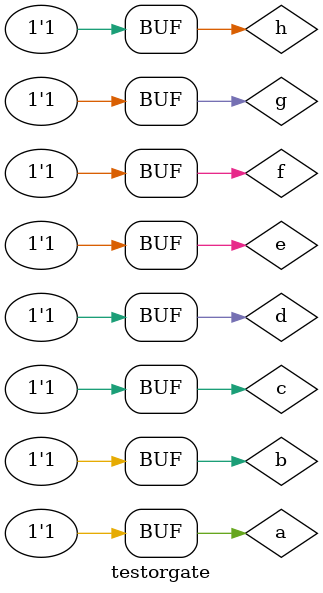
<source format=v>
 
module orgate (output s, input p, input q, input r, input t, input u, input v, input x, input z );
	assign s = p | q | r | q | r | t | u | v | x | z;
endmodule

module testorgate;
	reg a, b, c,d,e,f,g,h;
	wire  s;
	orgate OR1 (s, a,b,c,d,e,f,g,h);
	
	initial 
	begin
		a = 0;
		b = 0;
		c = 0;
		d = 0;
		e = 0; 
		f = 0; 
		g = 0; 
		h = 0;
	end

	initial
	begin
		$display("Exercicio07 - Thaise Souto Martins - 395504"); 
      $display("Receber um byte e retornar 1, se algum de seus bits for igual a 1. Alguns Testes:"); 
      $display("\na | b | c | d | e | f | g | h = s\n"); 
      a=0; b=0; c=0; d=0; e=0; f=0; g=0; h=0;
		$monitor("%b | %b | %b | %b | %b | %b | %b = %b",a,b,c,d,e,f,g,h,s);
		#1 c=1;
		#1 b=1;
			c=0;
		#1	c=1;
		#1 a=1;
			b=0;
			c=0;
		#1 c=1;
		#1 c=0;
			b=1;
		#1 c=1;
		#1 a=1; b=1; d=1; e=1; f=1; g=1; h=1;
	end
	
endmodule
    // a | b | c | d | e | f | g | h = s
    // 
    // 0 | 0 | 0 | 0 | 0 | 0 | 0 = 00
    // 0 | 0 | 1 | 0 | 0 | 0 | 0 = 01
    // 0 | 1 | 0 | 0 | 0 | 0 | 0 = 01
    // 0 | 1 | 1 | 0 | 0 | 0 | 0 = 01
    // 1 | 0 | 0 | 0 | 0 | 0 | 0 = 01
    // 1 | 0 | 1 | 0 | 0 | 0 | 0 = 01
    // 1 | 1 | 0 | 0 | 0 | 0 | 0 = 01
    // 1 | 1 | 1 | 0 | 0 | 0 | 0 = 01
    // 1 | 1 | 1 | 1 | 1 | 1 | 1 = 11
</source>
